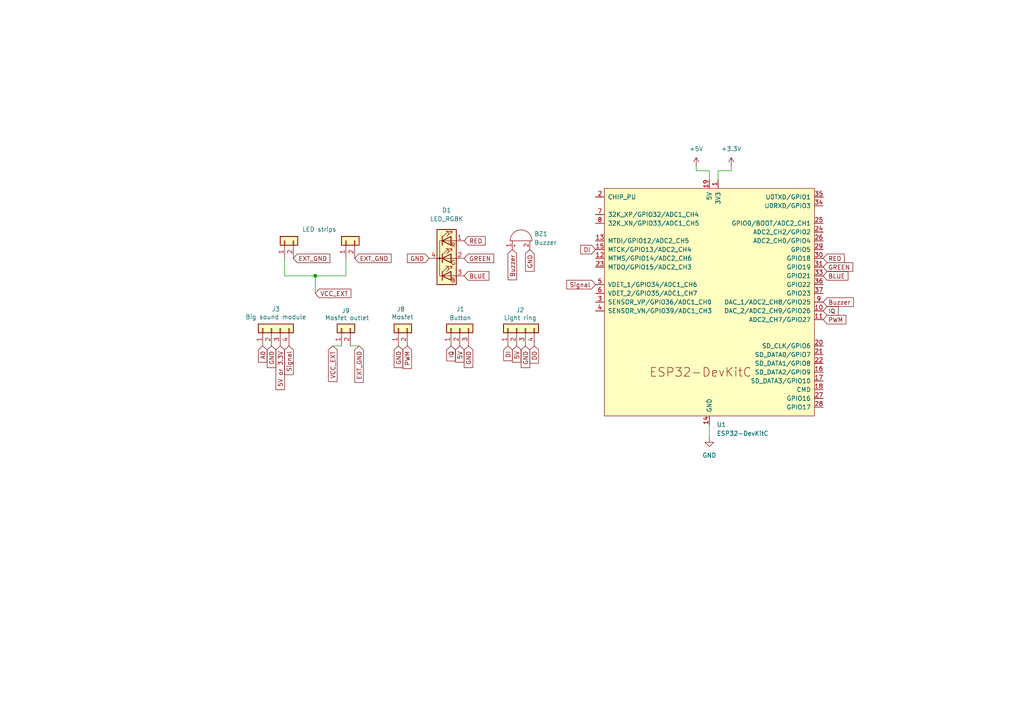
<source format=kicad_sch>
(kicad_sch
	(version 20250114)
	(generator "eeschema")
	(generator_version "9.0")
	(uuid "d3f9dd31-ab13-4689-8b39-d2565dc7a721")
	(paper "A4")
	(title_block
		(title "ESP32 Smart light")
		(date "19. 1. 2026")
	)
	(lib_symbols
		(symbol "Connector_Generic:Conn_01x02"
			(pin_names
				(offset 1.016)
				(hide yes)
			)
			(exclude_from_sim no)
			(in_bom yes)
			(on_board yes)
			(property "Reference" "J"
				(at 0 2.54 0)
				(effects
					(font
						(size 1.27 1.27)
					)
				)
			)
			(property "Value" "Conn_01x02"
				(at 0 -5.08 0)
				(effects
					(font
						(size 1.27 1.27)
					)
				)
			)
			(property "Footprint" ""
				(at 0 0 0)
				(effects
					(font
						(size 1.27 1.27)
					)
					(hide yes)
				)
			)
			(property "Datasheet" "~"
				(at 0 0 0)
				(effects
					(font
						(size 1.27 1.27)
					)
					(hide yes)
				)
			)
			(property "Description" "Generic connector, single row, 01x02, script generated (kicad-library-utils/schlib/autogen/connector/)"
				(at 0 0 0)
				(effects
					(font
						(size 1.27 1.27)
					)
					(hide yes)
				)
			)
			(property "ki_keywords" "connector"
				(at 0 0 0)
				(effects
					(font
						(size 1.27 1.27)
					)
					(hide yes)
				)
			)
			(property "ki_fp_filters" "Connector*:*_1x??_*"
				(at 0 0 0)
				(effects
					(font
						(size 1.27 1.27)
					)
					(hide yes)
				)
			)
			(symbol "Conn_01x02_1_1"
				(rectangle
					(start -1.27 1.27)
					(end 1.27 -3.81)
					(stroke
						(width 0.254)
						(type default)
					)
					(fill
						(type background)
					)
				)
				(rectangle
					(start -1.27 0.127)
					(end 0 -0.127)
					(stroke
						(width 0.1524)
						(type default)
					)
					(fill
						(type none)
					)
				)
				(rectangle
					(start -1.27 -2.413)
					(end 0 -2.667)
					(stroke
						(width 0.1524)
						(type default)
					)
					(fill
						(type none)
					)
				)
				(pin passive line
					(at -5.08 0 0)
					(length 3.81)
					(name "Pin_1"
						(effects
							(font
								(size 1.27 1.27)
							)
						)
					)
					(number "1"
						(effects
							(font
								(size 1.27 1.27)
							)
						)
					)
				)
				(pin passive line
					(at -5.08 -2.54 0)
					(length 3.81)
					(name "Pin_2"
						(effects
							(font
								(size 1.27 1.27)
							)
						)
					)
					(number "2"
						(effects
							(font
								(size 1.27 1.27)
							)
						)
					)
				)
			)
			(embedded_fonts no)
		)
		(symbol "Connector_Generic:Conn_01x03"
			(pin_names
				(offset 1.016)
				(hide yes)
			)
			(exclude_from_sim no)
			(in_bom yes)
			(on_board yes)
			(property "Reference" "J"
				(at 0 5.08 0)
				(effects
					(font
						(size 1.27 1.27)
					)
				)
			)
			(property "Value" "Conn_01x03"
				(at 0 -5.08 0)
				(effects
					(font
						(size 1.27 1.27)
					)
				)
			)
			(property "Footprint" ""
				(at 0 0 0)
				(effects
					(font
						(size 1.27 1.27)
					)
					(hide yes)
				)
			)
			(property "Datasheet" "~"
				(at 0 0 0)
				(effects
					(font
						(size 1.27 1.27)
					)
					(hide yes)
				)
			)
			(property "Description" "Generic connector, single row, 01x03, script generated (kicad-library-utils/schlib/autogen/connector/)"
				(at 0 0 0)
				(effects
					(font
						(size 1.27 1.27)
					)
					(hide yes)
				)
			)
			(property "ki_keywords" "connector"
				(at 0 0 0)
				(effects
					(font
						(size 1.27 1.27)
					)
					(hide yes)
				)
			)
			(property "ki_fp_filters" "Connector*:*_1x??_*"
				(at 0 0 0)
				(effects
					(font
						(size 1.27 1.27)
					)
					(hide yes)
				)
			)
			(symbol "Conn_01x03_1_1"
				(rectangle
					(start -1.27 3.81)
					(end 1.27 -3.81)
					(stroke
						(width 0.254)
						(type default)
					)
					(fill
						(type background)
					)
				)
				(rectangle
					(start -1.27 2.667)
					(end 0 2.413)
					(stroke
						(width 0.1524)
						(type default)
					)
					(fill
						(type none)
					)
				)
				(rectangle
					(start -1.27 0.127)
					(end 0 -0.127)
					(stroke
						(width 0.1524)
						(type default)
					)
					(fill
						(type none)
					)
				)
				(rectangle
					(start -1.27 -2.413)
					(end 0 -2.667)
					(stroke
						(width 0.1524)
						(type default)
					)
					(fill
						(type none)
					)
				)
				(pin passive line
					(at -5.08 2.54 0)
					(length 3.81)
					(name "Pin_1"
						(effects
							(font
								(size 1.27 1.27)
							)
						)
					)
					(number "1"
						(effects
							(font
								(size 1.27 1.27)
							)
						)
					)
				)
				(pin passive line
					(at -5.08 0 0)
					(length 3.81)
					(name "Pin_2"
						(effects
							(font
								(size 1.27 1.27)
							)
						)
					)
					(number "2"
						(effects
							(font
								(size 1.27 1.27)
							)
						)
					)
				)
				(pin passive line
					(at -5.08 -2.54 0)
					(length 3.81)
					(name "Pin_3"
						(effects
							(font
								(size 1.27 1.27)
							)
						)
					)
					(number "3"
						(effects
							(font
								(size 1.27 1.27)
							)
						)
					)
				)
			)
			(embedded_fonts no)
		)
		(symbol "Connector_Generic:Conn_01x04"
			(pin_names
				(offset 1.016)
				(hide yes)
			)
			(exclude_from_sim no)
			(in_bom yes)
			(on_board yes)
			(property "Reference" "J"
				(at 0 5.08 0)
				(effects
					(font
						(size 1.27 1.27)
					)
				)
			)
			(property "Value" "Conn_01x04"
				(at 0 -7.62 0)
				(effects
					(font
						(size 1.27 1.27)
					)
				)
			)
			(property "Footprint" ""
				(at 0 0 0)
				(effects
					(font
						(size 1.27 1.27)
					)
					(hide yes)
				)
			)
			(property "Datasheet" "~"
				(at 0 0 0)
				(effects
					(font
						(size 1.27 1.27)
					)
					(hide yes)
				)
			)
			(property "Description" "Generic connector, single row, 01x04, script generated (kicad-library-utils/schlib/autogen/connector/)"
				(at 0 0 0)
				(effects
					(font
						(size 1.27 1.27)
					)
					(hide yes)
				)
			)
			(property "ki_keywords" "connector"
				(at 0 0 0)
				(effects
					(font
						(size 1.27 1.27)
					)
					(hide yes)
				)
			)
			(property "ki_fp_filters" "Connector*:*_1x??_*"
				(at 0 0 0)
				(effects
					(font
						(size 1.27 1.27)
					)
					(hide yes)
				)
			)
			(symbol "Conn_01x04_1_1"
				(rectangle
					(start -1.27 3.81)
					(end 1.27 -6.35)
					(stroke
						(width 0.254)
						(type default)
					)
					(fill
						(type background)
					)
				)
				(rectangle
					(start -1.27 2.667)
					(end 0 2.413)
					(stroke
						(width 0.1524)
						(type default)
					)
					(fill
						(type none)
					)
				)
				(rectangle
					(start -1.27 0.127)
					(end 0 -0.127)
					(stroke
						(width 0.1524)
						(type default)
					)
					(fill
						(type none)
					)
				)
				(rectangle
					(start -1.27 -2.413)
					(end 0 -2.667)
					(stroke
						(width 0.1524)
						(type default)
					)
					(fill
						(type none)
					)
				)
				(rectangle
					(start -1.27 -4.953)
					(end 0 -5.207)
					(stroke
						(width 0.1524)
						(type default)
					)
					(fill
						(type none)
					)
				)
				(pin passive line
					(at -5.08 2.54 0)
					(length 3.81)
					(name "Pin_1"
						(effects
							(font
								(size 1.27 1.27)
							)
						)
					)
					(number "1"
						(effects
							(font
								(size 1.27 1.27)
							)
						)
					)
				)
				(pin passive line
					(at -5.08 0 0)
					(length 3.81)
					(name "Pin_2"
						(effects
							(font
								(size 1.27 1.27)
							)
						)
					)
					(number "2"
						(effects
							(font
								(size 1.27 1.27)
							)
						)
					)
				)
				(pin passive line
					(at -5.08 -2.54 0)
					(length 3.81)
					(name "Pin_3"
						(effects
							(font
								(size 1.27 1.27)
							)
						)
					)
					(number "3"
						(effects
							(font
								(size 1.27 1.27)
							)
						)
					)
				)
				(pin passive line
					(at -5.08 -5.08 0)
					(length 3.81)
					(name "Pin_4"
						(effects
							(font
								(size 1.27 1.27)
							)
						)
					)
					(number "4"
						(effects
							(font
								(size 1.27 1.27)
							)
						)
					)
				)
			)
			(embedded_fonts no)
		)
		(symbol "Device:Buzzer"
			(pin_names
				(offset 0.0254)
				(hide yes)
			)
			(exclude_from_sim no)
			(in_bom yes)
			(on_board yes)
			(property "Reference" "BZ"
				(at 3.81 1.27 0)
				(effects
					(font
						(size 1.27 1.27)
					)
					(justify left)
				)
			)
			(property "Value" "Buzzer"
				(at 3.81 -1.27 0)
				(effects
					(font
						(size 1.27 1.27)
					)
					(justify left)
				)
			)
			(property "Footprint" ""
				(at -0.635 2.54 90)
				(effects
					(font
						(size 1.27 1.27)
					)
					(hide yes)
				)
			)
			(property "Datasheet" "~"
				(at -0.635 2.54 90)
				(effects
					(font
						(size 1.27 1.27)
					)
					(hide yes)
				)
			)
			(property "Description" "Buzzer, polarized"
				(at 0 0 0)
				(effects
					(font
						(size 1.27 1.27)
					)
					(hide yes)
				)
			)
			(property "ki_keywords" "quartz resonator ceramic"
				(at 0 0 0)
				(effects
					(font
						(size 1.27 1.27)
					)
					(hide yes)
				)
			)
			(property "ki_fp_filters" "*Buzzer*"
				(at 0 0 0)
				(effects
					(font
						(size 1.27 1.27)
					)
					(hide yes)
				)
			)
			(symbol "Buzzer_0_1"
				(polyline
					(pts
						(xy -1.651 1.905) (xy -1.143 1.905)
					)
					(stroke
						(width 0)
						(type default)
					)
					(fill
						(type none)
					)
				)
				(polyline
					(pts
						(xy -1.397 2.159) (xy -1.397 1.651)
					)
					(stroke
						(width 0)
						(type default)
					)
					(fill
						(type none)
					)
				)
				(arc
					(start 0 3.175)
					(mid 3.1612 0)
					(end 0 -3.175)
					(stroke
						(width 0)
						(type default)
					)
					(fill
						(type none)
					)
				)
				(polyline
					(pts
						(xy 0 3.175) (xy 0 -3.175)
					)
					(stroke
						(width 0)
						(type default)
					)
					(fill
						(type none)
					)
				)
			)
			(symbol "Buzzer_1_1"
				(pin passive line
					(at -2.54 2.54 0)
					(length 2.54)
					(name "+"
						(effects
							(font
								(size 1.27 1.27)
							)
						)
					)
					(number "1"
						(effects
							(font
								(size 1.27 1.27)
							)
						)
					)
				)
				(pin passive line
					(at -2.54 -2.54 0)
					(length 2.54)
					(name "-"
						(effects
							(font
								(size 1.27 1.27)
							)
						)
					)
					(number "2"
						(effects
							(font
								(size 1.27 1.27)
							)
						)
					)
				)
			)
			(embedded_fonts no)
		)
		(symbol "Device:LED_RGBK"
			(pin_names
				(offset 0)
				(hide yes)
			)
			(exclude_from_sim no)
			(in_bom yes)
			(on_board yes)
			(property "Reference" "D"
				(at 0 9.398 0)
				(effects
					(font
						(size 1.27 1.27)
					)
				)
			)
			(property "Value" "LED_RGBK"
				(at 0 -8.89 0)
				(effects
					(font
						(size 1.27 1.27)
					)
				)
			)
			(property "Footprint" ""
				(at 0 -1.27 0)
				(effects
					(font
						(size 1.27 1.27)
					)
					(hide yes)
				)
			)
			(property "Datasheet" "~"
				(at 0 -1.27 0)
				(effects
					(font
						(size 1.27 1.27)
					)
					(hide yes)
				)
			)
			(property "Description" "RGB LED, red/green/blue/cathode"
				(at 0 0 0)
				(effects
					(font
						(size 1.27 1.27)
					)
					(hide yes)
				)
			)
			(property "ki_keywords" "LED RGB diode"
				(at 0 0 0)
				(effects
					(font
						(size 1.27 1.27)
					)
					(hide yes)
				)
			)
			(property "ki_fp_filters" "LED* LED_SMD:* LED_THT:*"
				(at 0 0 0)
				(effects
					(font
						(size 1.27 1.27)
					)
					(hide yes)
				)
			)
			(symbol "LED_RGBK_0_0"
				(text "R"
					(at 1.905 3.81 0)
					(effects
						(font
							(size 1.27 1.27)
						)
					)
				)
				(text "G"
					(at 1.905 -1.27 0)
					(effects
						(font
							(size 1.27 1.27)
						)
					)
				)
				(text "B"
					(at 1.905 -6.35 0)
					(effects
						(font
							(size 1.27 1.27)
						)
					)
				)
			)
			(symbol "LED_RGBK_0_1"
				(circle
					(center -2.032 0)
					(radius 0.254)
					(stroke
						(width 0)
						(type default)
					)
					(fill
						(type outline)
					)
				)
				(polyline
					(pts
						(xy -1.27 6.35) (xy -1.27 3.81)
					)
					(stroke
						(width 0.254)
						(type default)
					)
					(fill
						(type none)
					)
				)
				(polyline
					(pts
						(xy -1.27 6.35) (xy -1.27 3.81) (xy -1.27 3.81)
					)
					(stroke
						(width 0)
						(type default)
					)
					(fill
						(type none)
					)
				)
				(polyline
					(pts
						(xy -1.27 5.08) (xy 1.27 5.08)
					)
					(stroke
						(width 0)
						(type default)
					)
					(fill
						(type none)
					)
				)
				(polyline
					(pts
						(xy -1.27 5.08) (xy -2.032 5.08) (xy -2.032 -5.08) (xy -1.016 -5.08)
					)
					(stroke
						(width 0)
						(type default)
					)
					(fill
						(type none)
					)
				)
				(polyline
					(pts
						(xy -1.27 1.27) (xy -1.27 -1.27)
					)
					(stroke
						(width 0.254)
						(type default)
					)
					(fill
						(type none)
					)
				)
				(polyline
					(pts
						(xy -1.27 1.27) (xy -1.27 -1.27) (xy -1.27 -1.27)
					)
					(stroke
						(width 0)
						(type default)
					)
					(fill
						(type none)
					)
				)
				(polyline
					(pts
						(xy -1.27 0) (xy -2.54 0)
					)
					(stroke
						(width 0)
						(type default)
					)
					(fill
						(type none)
					)
				)
				(polyline
					(pts
						(xy -1.27 -3.81) (xy -1.27 -6.35)
					)
					(stroke
						(width 0.254)
						(type default)
					)
					(fill
						(type none)
					)
				)
				(polyline
					(pts
						(xy -1.27 -5.08) (xy 1.27 -5.08)
					)
					(stroke
						(width 0)
						(type default)
					)
					(fill
						(type none)
					)
				)
				(polyline
					(pts
						(xy -1.016 6.35) (xy 0.508 7.874) (xy -0.254 7.874) (xy 0.508 7.874) (xy 0.508 7.112)
					)
					(stroke
						(width 0)
						(type default)
					)
					(fill
						(type none)
					)
				)
				(polyline
					(pts
						(xy -1.016 1.27) (xy 0.508 2.794) (xy -0.254 2.794) (xy 0.508 2.794) (xy 0.508 2.032)
					)
					(stroke
						(width 0)
						(type default)
					)
					(fill
						(type none)
					)
				)
				(polyline
					(pts
						(xy -1.016 -3.81) (xy 0.508 -2.286) (xy -0.254 -2.286) (xy 0.508 -2.286) (xy 0.508 -3.048)
					)
					(stroke
						(width 0)
						(type default)
					)
					(fill
						(type none)
					)
				)
				(polyline
					(pts
						(xy 0 6.35) (xy 1.524 7.874) (xy 0.762 7.874) (xy 1.524 7.874) (xy 1.524 7.112)
					)
					(stroke
						(width 0)
						(type default)
					)
					(fill
						(type none)
					)
				)
				(polyline
					(pts
						(xy 0 1.27) (xy 1.524 2.794) (xy 0.762 2.794) (xy 1.524 2.794) (xy 1.524 2.032)
					)
					(stroke
						(width 0)
						(type default)
					)
					(fill
						(type none)
					)
				)
				(polyline
					(pts
						(xy 0 -3.81) (xy 1.524 -2.286) (xy 0.762 -2.286) (xy 1.524 -2.286) (xy 1.524 -3.048)
					)
					(stroke
						(width 0)
						(type default)
					)
					(fill
						(type none)
					)
				)
				(polyline
					(pts
						(xy 1.27 6.35) (xy 1.27 3.81) (xy -1.27 5.08) (xy 1.27 6.35)
					)
					(stroke
						(width 0.254)
						(type default)
					)
					(fill
						(type none)
					)
				)
				(rectangle
					(start 1.27 6.35)
					(end 1.27 6.35)
					(stroke
						(width 0)
						(type default)
					)
					(fill
						(type none)
					)
				)
				(polyline
					(pts
						(xy 1.27 5.08) (xy 2.54 5.08)
					)
					(stroke
						(width 0)
						(type default)
					)
					(fill
						(type none)
					)
				)
				(rectangle
					(start 1.27 3.81)
					(end 1.27 6.35)
					(stroke
						(width 0)
						(type default)
					)
					(fill
						(type none)
					)
				)
				(polyline
					(pts
						(xy 1.27 1.27) (xy 1.27 -1.27) (xy -1.27 0) (xy 1.27 1.27)
					)
					(stroke
						(width 0.254)
						(type default)
					)
					(fill
						(type none)
					)
				)
				(rectangle
					(start 1.27 1.27)
					(end 1.27 1.27)
					(stroke
						(width 0)
						(type default)
					)
					(fill
						(type none)
					)
				)
				(polyline
					(pts
						(xy 1.27 0) (xy -1.27 0)
					)
					(stroke
						(width 0)
						(type default)
					)
					(fill
						(type none)
					)
				)
				(polyline
					(pts
						(xy 1.27 0) (xy 2.54 0)
					)
					(stroke
						(width 0)
						(type default)
					)
					(fill
						(type none)
					)
				)
				(rectangle
					(start 1.27 -1.27)
					(end 1.27 1.27)
					(stroke
						(width 0)
						(type default)
					)
					(fill
						(type none)
					)
				)
				(polyline
					(pts
						(xy 1.27 -3.81) (xy 1.27 -6.35) (xy -1.27 -5.08) (xy 1.27 -3.81)
					)
					(stroke
						(width 0.254)
						(type default)
					)
					(fill
						(type none)
					)
				)
				(polyline
					(pts
						(xy 1.27 -5.08) (xy 2.54 -5.08)
					)
					(stroke
						(width 0)
						(type default)
					)
					(fill
						(type none)
					)
				)
				(rectangle
					(start 2.794 8.382)
					(end -2.794 -7.62)
					(stroke
						(width 0.254)
						(type default)
					)
					(fill
						(type background)
					)
				)
			)
			(symbol "LED_RGBK_1_1"
				(pin passive line
					(at -5.08 0 0)
					(length 2.54)
					(name "K"
						(effects
							(font
								(size 1.27 1.27)
							)
						)
					)
					(number "4"
						(effects
							(font
								(size 1.27 1.27)
							)
						)
					)
				)
				(pin passive line
					(at 5.08 5.08 180)
					(length 2.54)
					(name "RA"
						(effects
							(font
								(size 1.27 1.27)
							)
						)
					)
					(number "1"
						(effects
							(font
								(size 1.27 1.27)
							)
						)
					)
				)
				(pin passive line
					(at 5.08 0 180)
					(length 2.54)
					(name "GA"
						(effects
							(font
								(size 1.27 1.27)
							)
						)
					)
					(number "2"
						(effects
							(font
								(size 1.27 1.27)
							)
						)
					)
				)
				(pin passive line
					(at 5.08 -5.08 180)
					(length 2.54)
					(name "BA"
						(effects
							(font
								(size 1.27 1.27)
							)
						)
					)
					(number "3"
						(effects
							(font
								(size 1.27 1.27)
							)
						)
					)
				)
			)
			(embedded_fonts no)
		)
		(symbol "Espressif:ESP32-DevKitC"
			(pin_names
				(offset 1.016)
			)
			(exclude_from_sim no)
			(in_bom yes)
			(on_board yes)
			(property "Reference" "U"
				(at -30.48 38.1 0)
				(effects
					(font
						(size 1.27 1.27)
					)
					(justify left)
				)
			)
			(property "Value" "ESP32-DevKitC"
				(at -30.48 35.56 0)
				(effects
					(font
						(size 1.27 1.27)
					)
					(justify left)
				)
			)
			(property "Footprint" "PCM_Espressif:ESP32-DevKitC"
				(at 0 -43.18 0)
				(effects
					(font
						(size 1.27 1.27)
					)
					(hide yes)
				)
			)
			(property "Datasheet" "https://docs.espressif.com/projects/esp-idf/zh_CN/latest/esp32/hw-reference/esp32/get-started-devkitc.html"
				(at 0 -45.72 0)
				(effects
					(font
						(size 1.27 1.27)
					)
					(hide yes)
				)
			)
			(property "Description" "Development Kit"
				(at 0 0 0)
				(effects
					(font
						(size 1.27 1.27)
					)
					(hide yes)
				)
			)
			(property "ki_keywords" "ESP32"
				(at 0 0 0)
				(effects
					(font
						(size 1.27 1.27)
					)
					(hide yes)
				)
			)
			(symbol "ESP32-DevKitC_0_0"
				(text "ESP32-DevKitC"
					(at -2.54 -20.32 0)
					(effects
						(font
							(size 2.54 2.54)
						)
					)
				)
				(pin power_in line
					(at 0 35.56 270)
					(length 2.54)
					(name "5V"
						(effects
							(font
								(size 1.27 1.27)
							)
						)
					)
					(number "19"
						(effects
							(font
								(size 1.27 1.27)
							)
						)
					)
				)
				(pin power_in line
					(at 0 -35.56 90)
					(length 2.54)
					(name "GND"
						(effects
							(font
								(size 1.27 1.27)
							)
						)
					)
					(number "14"
						(effects
							(font
								(size 1.27 1.27)
							)
						)
					)
				)
			)
			(symbol "ESP32-DevKitC_0_1"
				(rectangle
					(start -30.48 33.02)
					(end 30.48 -33.02)
					(stroke
						(width 0)
						(type default)
					)
					(fill
						(type background)
					)
				)
			)
			(symbol "ESP32-DevKitC_1_1"
				(pin input line
					(at -33.02 30.48 0)
					(length 2.54)
					(name "CHIP_PU"
						(effects
							(font
								(size 1.27 1.27)
							)
						)
					)
					(number "2"
						(effects
							(font
								(size 1.27 1.27)
							)
						)
					)
				)
				(pin bidirectional line
					(at -33.02 25.4 0)
					(length 2.54)
					(name "32K_XP/GPIO32/ADC1_CH4"
						(effects
							(font
								(size 1.27 1.27)
							)
						)
					)
					(number "7"
						(effects
							(font
								(size 1.27 1.27)
							)
						)
					)
				)
				(pin bidirectional line
					(at -33.02 22.86 0)
					(length 2.54)
					(name "32K_XN/GPIO33/ADC1_CH5"
						(effects
							(font
								(size 1.27 1.27)
							)
						)
					)
					(number "8"
						(effects
							(font
								(size 1.27 1.27)
							)
						)
					)
				)
				(pin bidirectional line
					(at -33.02 17.78 0)
					(length 2.54)
					(name "MTDI/GPIO12/ADC2_CH5"
						(effects
							(font
								(size 1.27 1.27)
							)
						)
					)
					(number "13"
						(effects
							(font
								(size 1.27 1.27)
							)
						)
					)
				)
				(pin bidirectional line
					(at -33.02 15.24 0)
					(length 2.54)
					(name "MTCK/GPIO13/ADC2_CH4"
						(effects
							(font
								(size 1.27 1.27)
							)
						)
					)
					(number "15"
						(effects
							(font
								(size 1.27 1.27)
							)
						)
					)
				)
				(pin bidirectional line
					(at -33.02 12.7 0)
					(length 2.54)
					(name "MTMS/GPIO14/ADC2_CH6"
						(effects
							(font
								(size 1.27 1.27)
							)
						)
					)
					(number "12"
						(effects
							(font
								(size 1.27 1.27)
							)
						)
					)
				)
				(pin bidirectional line
					(at -33.02 10.16 0)
					(length 2.54)
					(name "MTDO/GPIO15/ADC2_CH3"
						(effects
							(font
								(size 1.27 1.27)
							)
						)
					)
					(number "23"
						(effects
							(font
								(size 1.27 1.27)
							)
						)
					)
				)
				(pin input line
					(at -33.02 5.08 0)
					(length 2.54)
					(name "VDET_1/GPIO34/ADC1_CH6"
						(effects
							(font
								(size 1.27 1.27)
							)
						)
					)
					(number "5"
						(effects
							(font
								(size 1.27 1.27)
							)
						)
					)
				)
				(pin input line
					(at -33.02 2.54 0)
					(length 2.54)
					(name "VDET_2/GPIO35/ADC1_CH7"
						(effects
							(font
								(size 1.27 1.27)
							)
						)
					)
					(number "6"
						(effects
							(font
								(size 1.27 1.27)
							)
						)
					)
				)
				(pin input line
					(at -33.02 0 0)
					(length 2.54)
					(name "SENSOR_VP/GPIO36/ADC1_CH0"
						(effects
							(font
								(size 1.27 1.27)
							)
						)
					)
					(number "3"
						(effects
							(font
								(size 1.27 1.27)
							)
						)
					)
				)
				(pin input line
					(at -33.02 -2.54 0)
					(length 2.54)
					(name "SENSOR_VN/GPIO39/ADC1_CH3"
						(effects
							(font
								(size 1.27 1.27)
							)
						)
					)
					(number "4"
						(effects
							(font
								(size 1.27 1.27)
							)
						)
					)
				)
				(pin passive line
					(at 0 -35.56 90)
					(length 2.54)
					(hide yes)
					(name "GND"
						(effects
							(font
								(size 1.27 1.27)
							)
						)
					)
					(number "32"
						(effects
							(font
								(size 1.27 1.27)
							)
						)
					)
				)
				(pin passive line
					(at 0 -35.56 90)
					(length 2.54)
					(hide yes)
					(name "GND"
						(effects
							(font
								(size 1.27 1.27)
							)
						)
					)
					(number "38"
						(effects
							(font
								(size 1.27 1.27)
							)
						)
					)
				)
				(pin power_in line
					(at 2.54 35.56 270)
					(length 2.54)
					(name "3V3"
						(effects
							(font
								(size 1.27 1.27)
							)
						)
					)
					(number "1"
						(effects
							(font
								(size 1.27 1.27)
							)
						)
					)
				)
				(pin bidirectional line
					(at 33.02 30.48 180)
					(length 2.54)
					(name "U0TXD/GPIO1"
						(effects
							(font
								(size 1.27 1.27)
							)
						)
					)
					(number "35"
						(effects
							(font
								(size 1.27 1.27)
							)
						)
					)
				)
				(pin bidirectional line
					(at 33.02 27.94 180)
					(length 2.54)
					(name "U0RXD/GPIO3"
						(effects
							(font
								(size 1.27 1.27)
							)
						)
					)
					(number "34"
						(effects
							(font
								(size 1.27 1.27)
							)
						)
					)
				)
				(pin bidirectional line
					(at 33.02 22.86 180)
					(length 2.54)
					(name "GPIO0/BOOT/ADC2_CH1"
						(effects
							(font
								(size 1.27 1.27)
							)
						)
					)
					(number "25"
						(effects
							(font
								(size 1.27 1.27)
							)
						)
					)
				)
				(pin bidirectional line
					(at 33.02 20.32 180)
					(length 2.54)
					(name "ADC2_CH2/GPIO2"
						(effects
							(font
								(size 1.27 1.27)
							)
						)
					)
					(number "24"
						(effects
							(font
								(size 1.27 1.27)
							)
						)
					)
				)
				(pin bidirectional line
					(at 33.02 17.78 180)
					(length 2.54)
					(name "ADC2_CH0/GPIO4"
						(effects
							(font
								(size 1.27 1.27)
							)
						)
					)
					(number "26"
						(effects
							(font
								(size 1.27 1.27)
							)
						)
					)
				)
				(pin bidirectional line
					(at 33.02 15.24 180)
					(length 2.54)
					(name "GPIO5"
						(effects
							(font
								(size 1.27 1.27)
							)
						)
					)
					(number "29"
						(effects
							(font
								(size 1.27 1.27)
							)
						)
					)
				)
				(pin bidirectional line
					(at 33.02 12.7 180)
					(length 2.54)
					(name "GPIO18"
						(effects
							(font
								(size 1.27 1.27)
							)
						)
					)
					(number "30"
						(effects
							(font
								(size 1.27 1.27)
							)
						)
					)
				)
				(pin bidirectional line
					(at 33.02 10.16 180)
					(length 2.54)
					(name "GPIO19"
						(effects
							(font
								(size 1.27 1.27)
							)
						)
					)
					(number "31"
						(effects
							(font
								(size 1.27 1.27)
							)
						)
					)
				)
				(pin bidirectional line
					(at 33.02 7.62 180)
					(length 2.54)
					(name "GPIO21"
						(effects
							(font
								(size 1.27 1.27)
							)
						)
					)
					(number "33"
						(effects
							(font
								(size 1.27 1.27)
							)
						)
					)
				)
				(pin bidirectional line
					(at 33.02 5.08 180)
					(length 2.54)
					(name "GPIO22"
						(effects
							(font
								(size 1.27 1.27)
							)
						)
					)
					(number "36"
						(effects
							(font
								(size 1.27 1.27)
							)
						)
					)
				)
				(pin bidirectional line
					(at 33.02 2.54 180)
					(length 2.54)
					(name "GPIO23"
						(effects
							(font
								(size 1.27 1.27)
							)
						)
					)
					(number "37"
						(effects
							(font
								(size 1.27 1.27)
							)
						)
					)
				)
				(pin bidirectional line
					(at 33.02 0 180)
					(length 2.54)
					(name "DAC_1/ADC2_CH8/GPIO25"
						(effects
							(font
								(size 1.27 1.27)
							)
						)
					)
					(number "9"
						(effects
							(font
								(size 1.27 1.27)
							)
						)
					)
				)
				(pin bidirectional line
					(at 33.02 -2.54 180)
					(length 2.54)
					(name "DAC_2/ADC2_CH9/GPIO26"
						(effects
							(font
								(size 1.27 1.27)
							)
						)
					)
					(number "10"
						(effects
							(font
								(size 1.27 1.27)
							)
						)
					)
				)
				(pin bidirectional line
					(at 33.02 -5.08 180)
					(length 2.54)
					(name "ADC2_CH7/GPIO27"
						(effects
							(font
								(size 1.27 1.27)
							)
						)
					)
					(number "11"
						(effects
							(font
								(size 1.27 1.27)
							)
						)
					)
				)
				(pin bidirectional line
					(at 33.02 -12.7 180)
					(length 2.54)
					(name "SD_CLK/GPIO6"
						(effects
							(font
								(size 1.27 1.27)
							)
						)
					)
					(number "20"
						(effects
							(font
								(size 1.27 1.27)
							)
						)
					)
				)
				(pin bidirectional line
					(at 33.02 -15.24 180)
					(length 2.54)
					(name "SD_DATA0/GPIO7"
						(effects
							(font
								(size 1.27 1.27)
							)
						)
					)
					(number "21"
						(effects
							(font
								(size 1.27 1.27)
							)
						)
					)
				)
				(pin bidirectional line
					(at 33.02 -17.78 180)
					(length 2.54)
					(name "SD_DATA1/GPIO8"
						(effects
							(font
								(size 1.27 1.27)
							)
						)
					)
					(number "22"
						(effects
							(font
								(size 1.27 1.27)
							)
						)
					)
				)
				(pin bidirectional line
					(at 33.02 -20.32 180)
					(length 2.54)
					(name "SD_DATA2/GPIO9"
						(effects
							(font
								(size 1.27 1.27)
							)
						)
					)
					(number "16"
						(effects
							(font
								(size 1.27 1.27)
							)
						)
					)
				)
				(pin bidirectional line
					(at 33.02 -22.86 180)
					(length 2.54)
					(name "SD_DATA3/GPIO10"
						(effects
							(font
								(size 1.27 1.27)
							)
						)
					)
					(number "17"
						(effects
							(font
								(size 1.27 1.27)
							)
						)
					)
				)
				(pin bidirectional line
					(at 33.02 -25.4 180)
					(length 2.54)
					(name "CMD"
						(effects
							(font
								(size 1.27 1.27)
							)
						)
					)
					(number "18"
						(effects
							(font
								(size 1.27 1.27)
							)
						)
					)
				)
				(pin bidirectional line
					(at 33.02 -27.94 180)
					(length 2.54)
					(name "GPIO16"
						(effects
							(font
								(size 1.27 1.27)
							)
						)
					)
					(number "27"
						(effects
							(font
								(size 1.27 1.27)
							)
						)
					)
				)
				(pin bidirectional line
					(at 33.02 -30.48 180)
					(length 2.54)
					(name "GPIO17"
						(effects
							(font
								(size 1.27 1.27)
							)
						)
					)
					(number "28"
						(effects
							(font
								(size 1.27 1.27)
							)
						)
					)
				)
			)
			(embedded_fonts no)
		)
		(symbol "power:+3.3V"
			(power)
			(pin_numbers
				(hide yes)
			)
			(pin_names
				(offset 0)
				(hide yes)
			)
			(exclude_from_sim no)
			(in_bom yes)
			(on_board yes)
			(property "Reference" "#PWR"
				(at 0 -3.81 0)
				(effects
					(font
						(size 1.27 1.27)
					)
					(hide yes)
				)
			)
			(property "Value" "+3.3V"
				(at 0 3.556 0)
				(effects
					(font
						(size 1.27 1.27)
					)
				)
			)
			(property "Footprint" ""
				(at 0 0 0)
				(effects
					(font
						(size 1.27 1.27)
					)
					(hide yes)
				)
			)
			(property "Datasheet" ""
				(at 0 0 0)
				(effects
					(font
						(size 1.27 1.27)
					)
					(hide yes)
				)
			)
			(property "Description" "Power symbol creates a global label with name \"+3.3V\""
				(at 0 0 0)
				(effects
					(font
						(size 1.27 1.27)
					)
					(hide yes)
				)
			)
			(property "ki_keywords" "global power"
				(at 0 0 0)
				(effects
					(font
						(size 1.27 1.27)
					)
					(hide yes)
				)
			)
			(symbol "+3.3V_0_1"
				(polyline
					(pts
						(xy -0.762 1.27) (xy 0 2.54)
					)
					(stroke
						(width 0)
						(type default)
					)
					(fill
						(type none)
					)
				)
				(polyline
					(pts
						(xy 0 2.54) (xy 0.762 1.27)
					)
					(stroke
						(width 0)
						(type default)
					)
					(fill
						(type none)
					)
				)
				(polyline
					(pts
						(xy 0 0) (xy 0 2.54)
					)
					(stroke
						(width 0)
						(type default)
					)
					(fill
						(type none)
					)
				)
			)
			(symbol "+3.3V_1_1"
				(pin power_in line
					(at 0 0 90)
					(length 0)
					(name "~"
						(effects
							(font
								(size 1.27 1.27)
							)
						)
					)
					(number "1"
						(effects
							(font
								(size 1.27 1.27)
							)
						)
					)
				)
			)
			(embedded_fonts no)
		)
		(symbol "power:+5V"
			(power)
			(pin_numbers
				(hide yes)
			)
			(pin_names
				(offset 0)
				(hide yes)
			)
			(exclude_from_sim no)
			(in_bom yes)
			(on_board yes)
			(property "Reference" "#PWR"
				(at 0 -3.81 0)
				(effects
					(font
						(size 1.27 1.27)
					)
					(hide yes)
				)
			)
			(property "Value" "+5V"
				(at 0 3.556 0)
				(effects
					(font
						(size 1.27 1.27)
					)
				)
			)
			(property "Footprint" ""
				(at 0 0 0)
				(effects
					(font
						(size 1.27 1.27)
					)
					(hide yes)
				)
			)
			(property "Datasheet" ""
				(at 0 0 0)
				(effects
					(font
						(size 1.27 1.27)
					)
					(hide yes)
				)
			)
			(property "Description" "Power symbol creates a global label with name \"+5V\""
				(at 0 0 0)
				(effects
					(font
						(size 1.27 1.27)
					)
					(hide yes)
				)
			)
			(property "ki_keywords" "global power"
				(at 0 0 0)
				(effects
					(font
						(size 1.27 1.27)
					)
					(hide yes)
				)
			)
			(symbol "+5V_0_1"
				(polyline
					(pts
						(xy -0.762 1.27) (xy 0 2.54)
					)
					(stroke
						(width 0)
						(type default)
					)
					(fill
						(type none)
					)
				)
				(polyline
					(pts
						(xy 0 2.54) (xy 0.762 1.27)
					)
					(stroke
						(width 0)
						(type default)
					)
					(fill
						(type none)
					)
				)
				(polyline
					(pts
						(xy 0 0) (xy 0 2.54)
					)
					(stroke
						(width 0)
						(type default)
					)
					(fill
						(type none)
					)
				)
			)
			(symbol "+5V_1_1"
				(pin power_in line
					(at 0 0 90)
					(length 0)
					(name "~"
						(effects
							(font
								(size 1.27 1.27)
							)
						)
					)
					(number "1"
						(effects
							(font
								(size 1.27 1.27)
							)
						)
					)
				)
			)
			(embedded_fonts no)
		)
		(symbol "power:GND"
			(power)
			(pin_numbers
				(hide yes)
			)
			(pin_names
				(offset 0)
				(hide yes)
			)
			(exclude_from_sim no)
			(in_bom yes)
			(on_board yes)
			(property "Reference" "#PWR"
				(at 0 -6.35 0)
				(effects
					(font
						(size 1.27 1.27)
					)
					(hide yes)
				)
			)
			(property "Value" "GND"
				(at 0 -3.81 0)
				(effects
					(font
						(size 1.27 1.27)
					)
				)
			)
			(property "Footprint" ""
				(at 0 0 0)
				(effects
					(font
						(size 1.27 1.27)
					)
					(hide yes)
				)
			)
			(property "Datasheet" ""
				(at 0 0 0)
				(effects
					(font
						(size 1.27 1.27)
					)
					(hide yes)
				)
			)
			(property "Description" "Power symbol creates a global label with name \"GND\" , ground"
				(at 0 0 0)
				(effects
					(font
						(size 1.27 1.27)
					)
					(hide yes)
				)
			)
			(property "ki_keywords" "global power"
				(at 0 0 0)
				(effects
					(font
						(size 1.27 1.27)
					)
					(hide yes)
				)
			)
			(symbol "GND_0_1"
				(polyline
					(pts
						(xy 0 0) (xy 0 -1.27) (xy 1.27 -1.27) (xy 0 -2.54) (xy -1.27 -1.27) (xy 0 -1.27)
					)
					(stroke
						(width 0)
						(type default)
					)
					(fill
						(type none)
					)
				)
			)
			(symbol "GND_1_1"
				(pin power_in line
					(at 0 0 270)
					(length 0)
					(name "~"
						(effects
							(font
								(size 1.27 1.27)
							)
						)
					)
					(number "1"
						(effects
							(font
								(size 1.27 1.27)
							)
						)
					)
				)
			)
			(embedded_fonts no)
		)
	)
	(junction
		(at 91.44 80.01)
		(diameter 0)
		(color 0 0 0 0)
		(uuid "78f959c5-b14b-49c1-8799-fbb3f4fc3f39")
	)
	(wire
		(pts
			(xy 205.74 127) (xy 205.74 123.19)
		)
		(stroke
			(width 0)
			(type default)
		)
		(uuid "1b6ebb2e-cdeb-48f6-8a3a-d2eb1b25507b")
	)
	(wire
		(pts
			(xy 212.09 48.26) (xy 212.09 49.53)
		)
		(stroke
			(width 0)
			(type default)
		)
		(uuid "274d9f7f-5dc4-42fc-a600-1cdd69f62e4f")
	)
	(wire
		(pts
			(xy 82.55 74.93) (xy 82.55 80.01)
		)
		(stroke
			(width 0)
			(type default)
		)
		(uuid "2b41c0d8-c10f-4f0c-bf1f-854b2c03d352")
	)
	(wire
		(pts
			(xy 91.44 80.01) (xy 91.44 85.09)
		)
		(stroke
			(width 0)
			(type default)
		)
		(uuid "647568e5-d13e-410b-885a-fe0ae0082e5c")
	)
	(wire
		(pts
			(xy 212.09 49.53) (xy 208.28 49.53)
		)
		(stroke
			(width 0)
			(type default)
		)
		(uuid "66e54679-6974-48a4-a816-f7870c6f28ec")
	)
	(wire
		(pts
			(xy 201.93 48.26) (xy 201.93 49.53)
		)
		(stroke
			(width 0)
			(type default)
		)
		(uuid "6d2b1db4-5074-4abb-9b50-89f369b90d3b")
	)
	(wire
		(pts
			(xy 208.28 49.53) (xy 208.28 52.07)
		)
		(stroke
			(width 0)
			(type default)
		)
		(uuid "8ec6d29e-8738-4828-b99c-83e06640a04d")
	)
	(wire
		(pts
			(xy 201.93 49.53) (xy 205.74 49.53)
		)
		(stroke
			(width 0)
			(type default)
		)
		(uuid "a29efe71-fddf-4c69-adb3-6a7c4a312560")
	)
	(wire
		(pts
			(xy 100.33 80.01) (xy 100.33 74.93)
		)
		(stroke
			(width 0)
			(type default)
		)
		(uuid "b521a310-2c7e-4846-9175-5d042ab0edd2")
	)
	(wire
		(pts
			(xy 91.44 80.01) (xy 100.33 80.01)
		)
		(stroke
			(width 0)
			(type default)
		)
		(uuid "bf16c433-0256-45d0-b8ef-368347fc8c40")
	)
	(wire
		(pts
			(xy 205.74 49.53) (xy 205.74 52.07)
		)
		(stroke
			(width 0)
			(type default)
		)
		(uuid "c9d5eeee-dd19-48d9-a40d-3b7a16aad374")
	)
	(wire
		(pts
			(xy 96.52 100.33) (xy 99.06 100.33)
		)
		(stroke
			(width 0)
			(type default)
		)
		(uuid "d0703b99-3e3a-4e00-8881-f28d32507944")
	)
	(wire
		(pts
			(xy 104.14 100.33) (xy 101.6 100.33)
		)
		(stroke
			(width 0)
			(type default)
		)
		(uuid "e3cf19a4-a4f3-49d3-bf5f-b90f30218d56")
	)
	(wire
		(pts
			(xy 82.55 80.01) (xy 91.44 80.01)
		)
		(stroke
			(width 0)
			(type default)
		)
		(uuid "f278f52c-8db8-4d98-a639-fe81b1a2681b")
	)
	(global_label "IQ"
		(shape input)
		(at 130.81 100.33 270)
		(fields_autoplaced yes)
		(effects
			(font
				(size 1.27 1.27)
			)
			(justify right)
		)
		(uuid "0a59ec6b-cce6-4402-b36d-c825b7e2f385")
		(property "Intersheetrefs" "${INTERSHEET_REFS}"
			(at 130.81 105.2505 90)
			(effects
				(font
					(size 1.27 1.27)
				)
				(justify right)
				(hide yes)
			)
		)
	)
	(global_label "GND"
		(shape input)
		(at 135.89 100.33 270)
		(fields_autoplaced yes)
		(effects
			(font
				(size 1.27 1.27)
			)
			(justify right)
		)
		(uuid "0b35c444-7012-448e-8334-6028050813a7")
		(property "Intersheetrefs" "${INTERSHEET_REFS}"
			(at 135.89 107.1857 90)
			(effects
				(font
					(size 1.27 1.27)
				)
				(justify right)
				(hide yes)
			)
		)
	)
	(global_label "DI"
		(shape input)
		(at 147.32 100.33 270)
		(fields_autoplaced yes)
		(effects
			(font
				(size 1.27 1.27)
			)
			(justify right)
		)
		(uuid "16b16efd-7d3e-4738-85f3-2ab91ec0533e")
		(property "Intersheetrefs" "${INTERSHEET_REFS}"
			(at 147.32 105.19 90)
			(effects
				(font
					(size 1.27 1.27)
				)
				(justify right)
				(hide yes)
			)
		)
	)
	(global_label "Signal"
		(shape input)
		(at 83.82 100.33 270)
		(fields_autoplaced yes)
		(effects
			(font
				(size 1.27 1.27)
			)
			(justify right)
		)
		(uuid "17c19577-a0a2-46d8-a8b6-0c41a7c6f78c")
		(property "Intersheetrefs" "${INTERSHEET_REFS}"
			(at 83.82 109.2417 90)
			(effects
				(font
					(size 1.27 1.27)
				)
				(justify right)
				(hide yes)
			)
		)
	)
	(global_label "5V"
		(shape input)
		(at 133.35 100.33 270)
		(fields_autoplaced yes)
		(effects
			(font
				(size 1.27 1.27)
			)
			(justify right)
		)
		(uuid "23ce587b-cb6c-40e4-a716-4292c417499d")
		(property "Intersheetrefs" "${INTERSHEET_REFS}"
			(at 133.35 105.6133 90)
			(effects
				(font
					(size 1.27 1.27)
				)
				(justify right)
				(hide yes)
			)
		)
	)
	(global_label "GND"
		(shape input)
		(at 78.74 100.33 270)
		(fields_autoplaced yes)
		(effects
			(font
				(size 1.27 1.27)
			)
			(justify right)
		)
		(uuid "286ca6dd-bdbc-40e7-9d5c-b71820eb5fae")
		(property "Intersheetrefs" "${INTERSHEET_REFS}"
			(at 78.74 107.1857 90)
			(effects
				(font
					(size 1.27 1.27)
				)
				(justify right)
				(hide yes)
			)
		)
	)
	(global_label "GND"
		(shape input)
		(at 152.4 100.33 270)
		(fields_autoplaced yes)
		(effects
			(font
				(size 1.27 1.27)
			)
			(justify right)
		)
		(uuid "29295fee-7a50-42ff-a37d-b91d131d0004")
		(property "Intersheetrefs" "${INTERSHEET_REFS}"
			(at 152.4 107.1857 90)
			(effects
				(font
					(size 1.27 1.27)
				)
				(justify right)
				(hide yes)
			)
		)
	)
	(global_label "PWM"
		(shape input)
		(at 118.11 100.33 270)
		(fields_autoplaced yes)
		(effects
			(font
				(size 1.27 1.27)
			)
			(justify right)
		)
		(uuid "35d3ec9d-9e93-4fd9-9005-b0ff44f5aa1c")
		(property "Intersheetrefs" "${INTERSHEET_REFS}"
			(at 118.11 107.488 90)
			(effects
				(font
					(size 1.27 1.27)
				)
				(justify right)
				(hide yes)
			)
		)
	)
	(global_label "IQ"
		(shape input)
		(at 238.76 90.17 0)
		(fields_autoplaced yes)
		(effects
			(font
				(size 1.27 1.27)
			)
			(justify left)
		)
		(uuid "3aea216e-cdfb-41b8-82f7-57651a7ddd32")
		(property "Intersheetrefs" "${INTERSHEET_REFS}"
			(at 243.6805 90.17 0)
			(effects
				(font
					(size 1.27 1.27)
				)
				(justify left)
				(hide yes)
			)
		)
	)
	(global_label "Buzzer"
		(shape input)
		(at 238.76 87.63 0)
		(fields_autoplaced yes)
		(effects
			(font
				(size 1.27 1.27)
			)
			(justify left)
		)
		(uuid "42d955d9-ff15-4975-823a-02f313d696e3")
		(property "Intersheetrefs" "${INTERSHEET_REFS}"
			(at 248.0952 87.63 0)
			(effects
				(font
					(size 1.27 1.27)
				)
				(justify left)
				(hide yes)
			)
		)
	)
	(global_label "Signal"
		(shape input)
		(at 172.72 82.55 180)
		(fields_autoplaced yes)
		(effects
			(font
				(size 1.27 1.27)
			)
			(justify right)
		)
		(uuid "4e54672a-f03b-4ec9-8f9f-2dc66aaa1c8e")
		(property "Intersheetrefs" "${INTERSHEET_REFS}"
			(at 163.8083 82.55 0)
			(effects
				(font
					(size 1.27 1.27)
				)
				(justify right)
				(hide yes)
			)
		)
	)
	(global_label "EXT_GND"
		(shape input)
		(at 102.87 74.93 0)
		(fields_autoplaced yes)
		(effects
			(font
				(size 1.27 1.27)
			)
			(justify left)
		)
		(uuid "53f3ca92-ad37-497a-99b4-26ca5d304776")
		(property "Intersheetrefs" "${INTERSHEET_REFS}"
			(at 114.0194 74.93 0)
			(effects
				(font
					(size 1.27 1.27)
				)
				(justify left)
				(hide yes)
			)
		)
	)
	(global_label "BLUE"
		(shape input)
		(at 238.76 80.01 0)
		(fields_autoplaced yes)
		(effects
			(font
				(size 1.27 1.27)
			)
			(justify left)
		)
		(uuid "62ee74d4-5225-49c6-9f9a-06c716bcbd73")
		(property "Intersheetrefs" "${INTERSHEET_REFS}"
			(at 246.5228 80.01 0)
			(effects
				(font
					(size 1.27 1.27)
				)
				(justify left)
				(hide yes)
			)
		)
	)
	(global_label "VCC_EXT"
		(shape input)
		(at 91.44 85.09 0)
		(fields_autoplaced yes)
		(effects
			(font
				(size 1.27 1.27)
			)
			(justify left)
		)
		(uuid "675344c4-debe-4e2e-9a34-059aa59c5695")
		(property "Intersheetrefs" "${INTERSHEET_REFS}"
			(at 102.3475 85.09 0)
			(effects
				(font
					(size 1.27 1.27)
				)
				(justify left)
				(hide yes)
			)
		)
	)
	(global_label "DO"
		(shape input)
		(at 154.94 100.33 270)
		(fields_autoplaced yes)
		(effects
			(font
				(size 1.27 1.27)
			)
			(justify right)
		)
		(uuid "69427f03-a735-4054-887e-f9f1d9bbc61b")
		(property "Intersheetrefs" "${INTERSHEET_REFS}"
			(at 154.94 105.9157 90)
			(effects
				(font
					(size 1.27 1.27)
				)
				(justify right)
				(hide yes)
			)
		)
	)
	(global_label "GREEN"
		(shape input)
		(at 238.76 77.47 0)
		(fields_autoplaced yes)
		(effects
			(font
				(size 1.27 1.27)
			)
			(justify left)
		)
		(uuid "74412d99-6d33-4b5f-9a67-098e9d1b44d6")
		(property "Intersheetrefs" "${INTERSHEET_REFS}"
			(at 247.9137 77.47 0)
			(effects
				(font
					(size 1.27 1.27)
				)
				(justify left)
				(hide yes)
			)
		)
	)
	(global_label "5V"
		(shape input)
		(at 149.86 100.33 270)
		(fields_autoplaced yes)
		(effects
			(font
				(size 1.27 1.27)
			)
			(justify right)
		)
		(uuid "7ab8277a-7291-4d71-abfd-e7e86304042a")
		(property "Intersheetrefs" "${INTERSHEET_REFS}"
			(at 149.86 105.6133 90)
			(effects
				(font
					(size 1.27 1.27)
				)
				(justify right)
				(hide yes)
			)
		)
	)
	(global_label "GND"
		(shape input)
		(at 115.57 100.33 270)
		(fields_autoplaced yes)
		(effects
			(font
				(size 1.27 1.27)
			)
			(justify right)
		)
		(uuid "7aefa9fc-e2d1-42fd-b0a3-9c449c4472bf")
		(property "Intersheetrefs" "${INTERSHEET_REFS}"
			(at 115.57 107.1857 90)
			(effects
				(font
					(size 1.27 1.27)
				)
				(justify right)
				(hide yes)
			)
		)
	)
	(global_label "PWM"
		(shape input)
		(at 238.76 92.71 0)
		(fields_autoplaced yes)
		(effects
			(font
				(size 1.27 1.27)
			)
			(justify left)
		)
		(uuid "7ba4ba74-9711-419e-bac4-dcbd7bd7149e")
		(property "Intersheetrefs" "${INTERSHEET_REFS}"
			(at 245.918 92.71 0)
			(effects
				(font
					(size 1.27 1.27)
				)
				(justify left)
				(hide yes)
			)
		)
	)
	(global_label "BLUE"
		(shape input)
		(at 134.62 80.01 0)
		(fields_autoplaced yes)
		(effects
			(font
				(size 1.27 1.27)
			)
			(justify left)
		)
		(uuid "8794f8c3-6d4b-4960-81c0-252265fe1691")
		(property "Intersheetrefs" "${INTERSHEET_REFS}"
			(at 142.3828 80.01 0)
			(effects
				(font
					(size 1.27 1.27)
				)
				(justify left)
				(hide yes)
			)
		)
	)
	(global_label "RED"
		(shape input)
		(at 134.62 69.85 0)
		(fields_autoplaced yes)
		(effects
			(font
				(size 1.27 1.27)
			)
			(justify left)
		)
		(uuid "9e6a62f1-1140-4856-87e3-4ef07bf72c16")
		(property "Intersheetrefs" "${INTERSHEET_REFS}"
			(at 141.2942 69.85 0)
			(effects
				(font
					(size 1.27 1.27)
				)
				(justify left)
				(hide yes)
			)
		)
	)
	(global_label "VCC_EXT"
		(shape input)
		(at 96.52 100.33 270)
		(fields_autoplaced yes)
		(effects
			(font
				(size 1.27 1.27)
			)
			(justify right)
		)
		(uuid "a27e4723-1b26-4454-b66d-cef0288f2119")
		(property "Intersheetrefs" "${INTERSHEET_REFS}"
			(at 96.52 111.2375 90)
			(effects
				(font
					(size 1.27 1.27)
				)
				(justify right)
				(hide yes)
			)
		)
	)
	(global_label "GREEN"
		(shape input)
		(at 134.62 74.93 0)
		(fields_autoplaced yes)
		(effects
			(font
				(size 1.27 1.27)
			)
			(justify left)
		)
		(uuid "a8ffdbcb-ec25-405b-94a7-7cbb33b1ef34")
		(property "Intersheetrefs" "${INTERSHEET_REFS}"
			(at 143.7737 74.93 0)
			(effects
				(font
					(size 1.27 1.27)
				)
				(justify left)
				(hide yes)
			)
		)
	)
	(global_label "A0"
		(shape input)
		(at 76.2 100.33 270)
		(fields_autoplaced yes)
		(effects
			(font
				(size 1.27 1.27)
			)
			(justify right)
		)
		(uuid "bb085f88-c09d-4e1f-b881-92eb3ade5137")
		(property "Intersheetrefs" "${INTERSHEET_REFS}"
			(at 76.2 105.6133 90)
			(effects
				(font
					(size 1.27 1.27)
				)
				(justify right)
				(hide yes)
			)
		)
	)
	(global_label "RED"
		(shape input)
		(at 238.76 74.93 0)
		(fields_autoplaced yes)
		(effects
			(font
				(size 1.27 1.27)
			)
			(justify left)
		)
		(uuid "c4b356d2-f19a-43db-8b05-d3bdd2ee8876")
		(property "Intersheetrefs" "${INTERSHEET_REFS}"
			(at 245.4342 74.93 0)
			(effects
				(font
					(size 1.27 1.27)
				)
				(justify left)
				(hide yes)
			)
		)
	)
	(global_label "Buzzer"
		(shape input)
		(at 148.59 72.39 270)
		(fields_autoplaced yes)
		(effects
			(font
				(size 1.27 1.27)
			)
			(justify right)
		)
		(uuid "c76c4517-dc22-4821-85ca-6f0b6bf22b5e")
		(property "Intersheetrefs" "${INTERSHEET_REFS}"
			(at 148.59 81.7252 90)
			(effects
				(font
					(size 1.27 1.27)
				)
				(justify right)
				(hide yes)
			)
		)
	)
	(global_label "EXT_GND"
		(shape input)
		(at 85.09 74.93 0)
		(fields_autoplaced yes)
		(effects
			(font
				(size 1.27 1.27)
			)
			(justify left)
		)
		(uuid "d6b0d70b-e30f-434e-b82c-c4c560463298")
		(property "Intersheetrefs" "${INTERSHEET_REFS}"
			(at 96.2394 74.93 0)
			(effects
				(font
					(size 1.27 1.27)
				)
				(justify left)
				(hide yes)
			)
		)
	)
	(global_label "GND"
		(shape input)
		(at 124.46 74.93 180)
		(fields_autoplaced yes)
		(effects
			(font
				(size 1.27 1.27)
			)
			(justify right)
		)
		(uuid "e8231409-5b2b-41f2-b46c-c0be9d186fe0")
		(property "Intersheetrefs" "${INTERSHEET_REFS}"
			(at 117.6043 74.93 0)
			(effects
				(font
					(size 1.27 1.27)
				)
				(justify right)
				(hide yes)
			)
		)
	)
	(global_label "GND"
		(shape input)
		(at 153.67 72.39 270)
		(fields_autoplaced yes)
		(effects
			(font
				(size 1.27 1.27)
			)
			(justify right)
		)
		(uuid "e9b7f934-4ddf-4a47-87ea-3ba3b09efaa3")
		(property "Intersheetrefs" "${INTERSHEET_REFS}"
			(at 153.67 79.2457 90)
			(effects
				(font
					(size 1.27 1.27)
				)
				(justify right)
				(hide yes)
			)
		)
	)
	(global_label "EXT_GND"
		(shape input)
		(at 104.14 100.33 270)
		(fields_autoplaced yes)
		(effects
			(font
				(size 1.27 1.27)
			)
			(justify right)
		)
		(uuid "eb61da87-7fc7-4967-b9e0-3c80b930a525")
		(property "Intersheetrefs" "${INTERSHEET_REFS}"
			(at 104.14 111.4794 90)
			(effects
				(font
					(size 1.27 1.27)
				)
				(justify right)
				(hide yes)
			)
		)
	)
	(global_label "DI"
		(shape input)
		(at 172.72 72.39 180)
		(fields_autoplaced yes)
		(effects
			(font
				(size 1.27 1.27)
			)
			(justify right)
		)
		(uuid "ef5707f8-579b-4925-a08f-c1014a1cd87a")
		(property "Intersheetrefs" "${INTERSHEET_REFS}"
			(at 167.86 72.39 0)
			(effects
				(font
					(size 1.27 1.27)
				)
				(justify right)
				(hide yes)
			)
		)
	)
	(global_label "5V or 3.3V"
		(shape input)
		(at 81.28 100.33 270)
		(fields_autoplaced yes)
		(effects
			(font
				(size 1.27 1.27)
			)
			(justify right)
		)
		(uuid "f82a5ced-0430-4a2d-a95b-dfb49bacbaf6")
		(property "Intersheetrefs" "${INTERSHEET_REFS}"
			(at 81.28 113.5961 90)
			(effects
				(font
					(size 1.27 1.27)
				)
				(justify right)
				(hide yes)
			)
		)
	)
	(symbol
		(lib_id "power:GND")
		(at 205.74 127 0)
		(unit 1)
		(exclude_from_sim no)
		(in_bom yes)
		(on_board yes)
		(dnp no)
		(fields_autoplaced yes)
		(uuid "0a4b7774-51bd-4e9f-91a5-e8b63d9c93c5")
		(property "Reference" "#PWR03"
			(at 205.74 133.35 0)
			(effects
				(font
					(size 1.27 1.27)
				)
				(hide yes)
			)
		)
		(property "Value" "GND"
			(at 205.74 132.08 0)
			(effects
				(font
					(size 1.27 1.27)
				)
			)
		)
		(property "Footprint" ""
			(at 205.74 127 0)
			(effects
				(font
					(size 1.27 1.27)
				)
				(hide yes)
			)
		)
		(property "Datasheet" ""
			(at 205.74 127 0)
			(effects
				(font
					(size 1.27 1.27)
				)
				(hide yes)
			)
		)
		(property "Description" "Power symbol creates a global label with name \"GND\" , ground"
			(at 205.74 127 0)
			(effects
				(font
					(size 1.27 1.27)
				)
				(hide yes)
			)
		)
		(pin "1"
			(uuid "522e0401-f5fa-4944-af72-81838a6f5e21")
		)
		(instances
			(project ""
				(path "/d3f9dd31-ab13-4689-8b39-d2565dc7a721"
					(reference "#PWR03")
					(unit 1)
				)
			)
		)
	)
	(symbol
		(lib_id "Connector_Generic:Conn_01x02")
		(at 99.06 95.25 90)
		(unit 1)
		(exclude_from_sim no)
		(in_bom yes)
		(on_board yes)
		(dnp no)
		(uuid "33375932-cfe3-4613-8987-652e16d95c11")
		(property "Reference" "J9"
			(at 99.06 90.17 90)
			(effects
				(font
					(size 1.27 1.27)
				)
				(justify right)
			)
		)
		(property "Value" "Mosfet outlet"
			(at 94.234 92.202 90)
			(effects
				(font
					(size 1.27 1.27)
				)
				(justify right)
			)
		)
		(property "Footprint" ""
			(at 99.06 95.25 0)
			(effects
				(font
					(size 1.27 1.27)
				)
				(hide yes)
			)
		)
		(property "Datasheet" "~"
			(at 99.06 95.25 0)
			(effects
				(font
					(size 1.27 1.27)
				)
				(hide yes)
			)
		)
		(property "Description" "Generic connector, single row, 01x02, script generated (kicad-library-utils/schlib/autogen/connector/)"
			(at 99.06 95.25 0)
			(effects
				(font
					(size 1.27 1.27)
				)
				(hide yes)
			)
		)
		(pin "2"
			(uuid "815d150b-ca01-41d8-a3a0-4a41c9193e94")
		)
		(pin "1"
			(uuid "7aea4556-5d93-444c-beb7-f76d2d3f83b5")
		)
		(instances
			(project ""
				(path "/d3f9dd31-ab13-4689-8b39-d2565dc7a721"
					(reference "J9")
					(unit 1)
				)
			)
		)
	)
	(symbol
		(lib_id "Connector_Generic:Conn_01x02")
		(at 115.57 95.25 90)
		(unit 1)
		(exclude_from_sim no)
		(in_bom yes)
		(on_board yes)
		(dnp no)
		(uuid "393c0891-6671-40f9-8c7c-8e6a5403825d")
		(property "Reference" "J8"
			(at 115.062 89.662 90)
			(effects
				(font
					(size 1.27 1.27)
				)
				(justify right)
			)
		)
		(property "Value" "Mosfet"
			(at 113.538 91.948 90)
			(effects
				(font
					(size 1.27 1.27)
				)
				(justify right)
			)
		)
		(property "Footprint" ""
			(at 115.57 95.25 0)
			(effects
				(font
					(size 1.27 1.27)
				)
				(hide yes)
			)
		)
		(property "Datasheet" "~"
			(at 115.57 95.25 0)
			(effects
				(font
					(size 1.27 1.27)
				)
				(hide yes)
			)
		)
		(property "Description" "Generic connector, single row, 01x02, script generated (kicad-library-utils/schlib/autogen/connector/)"
			(at 115.57 95.25 0)
			(effects
				(font
					(size 1.27 1.27)
				)
				(hide yes)
			)
		)
		(pin "1"
			(uuid "3db12f5a-d967-4a84-bf92-1de1e398d480")
		)
		(pin "2"
			(uuid "bef80b51-dc3b-45d0-8354-cb4f381363d6")
		)
		(instances
			(project ""
				(path "/d3f9dd31-ab13-4689-8b39-d2565dc7a721"
					(reference "J8")
					(unit 1)
				)
			)
		)
	)
	(symbol
		(lib_id "power:+5V")
		(at 201.93 48.26 0)
		(unit 1)
		(exclude_from_sim no)
		(in_bom yes)
		(on_board yes)
		(dnp no)
		(fields_autoplaced yes)
		(uuid "3f61cbf5-875b-4574-a591-46b035e9cd3b")
		(property "Reference" "#PWR01"
			(at 201.93 52.07 0)
			(effects
				(font
					(size 1.27 1.27)
				)
				(hide yes)
			)
		)
		(property "Value" "+5V"
			(at 201.93 43.18 0)
			(effects
				(font
					(size 1.27 1.27)
				)
			)
		)
		(property "Footprint" ""
			(at 201.93 48.26 0)
			(effects
				(font
					(size 1.27 1.27)
				)
				(hide yes)
			)
		)
		(property "Datasheet" ""
			(at 201.93 48.26 0)
			(effects
				(font
					(size 1.27 1.27)
				)
				(hide yes)
			)
		)
		(property "Description" "Power symbol creates a global label with name \"+5V\""
			(at 201.93 48.26 0)
			(effects
				(font
					(size 1.27 1.27)
				)
				(hide yes)
			)
		)
		(pin "1"
			(uuid "99572168-e86e-41be-ad46-9715e1fde5e0")
		)
		(instances
			(project ""
				(path "/d3f9dd31-ab13-4689-8b39-d2565dc7a721"
					(reference "#PWR01")
					(unit 1)
				)
			)
		)
	)
	(symbol
		(lib_id "Connector_Generic:Conn_01x04")
		(at 78.74 95.25 90)
		(unit 1)
		(exclude_from_sim no)
		(in_bom yes)
		(on_board yes)
		(dnp no)
		(uuid "52423d81-9ba5-4926-9a5a-afbfbb8a0f8c")
		(property "Reference" "J3"
			(at 80.01 89.662 90)
			(effects
				(font
					(size 1.27 1.27)
				)
			)
		)
		(property "Value" "Big sound module"
			(at 80.01 91.948 90)
			(effects
				(font
					(size 1.27 1.27)
				)
			)
		)
		(property "Footprint" ""
			(at 78.74 95.25 0)
			(effects
				(font
					(size 1.27 1.27)
				)
				(hide yes)
			)
		)
		(property "Datasheet" "~"
			(at 78.74 95.25 0)
			(effects
				(font
					(size 1.27 1.27)
				)
				(hide yes)
			)
		)
		(property "Description" "Generic connector, single row, 01x04, script generated (kicad-library-utils/schlib/autogen/connector/)"
			(at 78.74 95.25 0)
			(effects
				(font
					(size 1.27 1.27)
				)
				(hide yes)
			)
		)
		(pin "2"
			(uuid "6bba43ff-0d0f-4a98-b9ac-cc59d04f495a")
		)
		(pin "4"
			(uuid "1d0bd5b7-22d7-46a1-8665-4347f44d74f6")
		)
		(pin "3"
			(uuid "50f71c98-0998-4b2e-8e5b-84be3a1a3b7a")
		)
		(pin "1"
			(uuid "3ee32e76-d1f5-48e5-b7e7-44b74319372e")
		)
		(instances
			(project "ESP32"
				(path "/d3f9dd31-ab13-4689-8b39-d2565dc7a721"
					(reference "J3")
					(unit 1)
				)
			)
		)
	)
	(symbol
		(lib_id "Connector_Generic:Conn_01x04")
		(at 149.86 95.25 90)
		(unit 1)
		(exclude_from_sim no)
		(in_bom yes)
		(on_board yes)
		(dnp no)
		(uuid "55247dac-f3ac-4cbb-9591-c8a603147a4d")
		(property "Reference" "J2"
			(at 150.876 89.916 90)
			(effects
				(font
					(size 1.27 1.27)
				)
			)
		)
		(property "Value" "Light ring"
			(at 150.876 92.202 90)
			(effects
				(font
					(size 1.27 1.27)
				)
			)
		)
		(property "Footprint" ""
			(at 149.86 95.25 0)
			(effects
				(font
					(size 1.27 1.27)
				)
				(hide yes)
			)
		)
		(property "Datasheet" "~"
			(at 149.86 95.25 0)
			(effects
				(font
					(size 1.27 1.27)
				)
				(hide yes)
			)
		)
		(property "Description" "Generic connector, single row, 01x04, script generated (kicad-library-utils/schlib/autogen/connector/)"
			(at 149.86 95.25 0)
			(effects
				(font
					(size 1.27 1.27)
				)
				(hide yes)
			)
		)
		(pin "2"
			(uuid "82776094-6c70-4edc-a5e5-96a45d041914")
		)
		(pin "4"
			(uuid "f27eddd8-2d38-45de-972c-e304085de2b4")
		)
		(pin "3"
			(uuid "fd0b7a8d-8550-41d0-ad5c-f09f61f660e1")
		)
		(pin "1"
			(uuid "64cbbf13-9a04-4135-8110-91314bbd2faf")
		)
		(instances
			(project ""
				(path "/d3f9dd31-ab13-4689-8b39-d2565dc7a721"
					(reference "J2")
					(unit 1)
				)
			)
		)
	)
	(symbol
		(lib_id "Device:LED_RGBK")
		(at 129.54 74.93 0)
		(unit 1)
		(exclude_from_sim no)
		(in_bom yes)
		(on_board yes)
		(dnp no)
		(fields_autoplaced yes)
		(uuid "58e742d6-c6c2-4042-9bae-90398e7204fa")
		(property "Reference" "D1"
			(at 129.54 60.96 0)
			(effects
				(font
					(size 1.27 1.27)
				)
			)
		)
		(property "Value" "LED_RGBK"
			(at 129.54 63.5 0)
			(effects
				(font
					(size 1.27 1.27)
				)
			)
		)
		(property "Footprint" ""
			(at 129.54 76.2 0)
			(effects
				(font
					(size 1.27 1.27)
				)
				(hide yes)
			)
		)
		(property "Datasheet" "~"
			(at 129.54 76.2 0)
			(effects
				(font
					(size 1.27 1.27)
				)
				(hide yes)
			)
		)
		(property "Description" "RGB LED, red/green/blue/cathode"
			(at 129.54 74.93 0)
			(effects
				(font
					(size 1.27 1.27)
				)
				(hide yes)
			)
		)
		(pin "4"
			(uuid "90e9662d-45d4-4457-a0d8-288b14cf51a4")
		)
		(pin "1"
			(uuid "27157479-b65c-4f10-8630-4c832ef6cafc")
		)
		(pin "3"
			(uuid "e34d698f-ca06-49ed-b41a-62c76df85624")
		)
		(pin "2"
			(uuid "373030b0-4ea5-4229-a92f-4b5df9af0060")
		)
		(instances
			(project ""
				(path "/d3f9dd31-ab13-4689-8b39-d2565dc7a721"
					(reference "D1")
					(unit 1)
				)
			)
		)
	)
	(symbol
		(lib_id "Connector_Generic:Conn_01x02")
		(at 100.33 69.85 90)
		(unit 1)
		(exclude_from_sim no)
		(in_bom yes)
		(on_board yes)
		(dnp no)
		(uuid "67e54288-f3fa-46c0-a46a-88bc642cc20d")
		(property "Reference" "J6"
			(at 105.41 68.5799 90)
			(effects
				(font
					(size 1.27 1.27)
				)
				(justify right)
				(hide yes)
			)
		)
		(property "Value" "LED strips"
			(at 87.63 66.548 90)
			(effects
				(font
					(size 1.27 1.27)
				)
				(justify right)
			)
		)
		(property "Footprint" ""
			(at 100.33 69.85 0)
			(effects
				(font
					(size 1.27 1.27)
				)
				(hide yes)
			)
		)
		(property "Datasheet" "~"
			(at 100.33 69.85 0)
			(effects
				(font
					(size 1.27 1.27)
				)
				(hide yes)
			)
		)
		(property "Description" "Generic connector, single row, 01x02, script generated (kicad-library-utils/schlib/autogen/connector/)"
			(at 100.33 69.85 0)
			(effects
				(font
					(size 1.27 1.27)
				)
				(hide yes)
			)
		)
		(pin "1"
			(uuid "35432181-54cb-4119-9e3c-91c6dfe6ffa4")
		)
		(pin "2"
			(uuid "248af4c9-c40e-4e21-9e09-4d480a517062")
		)
		(instances
			(project ""
				(path "/d3f9dd31-ab13-4689-8b39-d2565dc7a721"
					(reference "J6")
					(unit 1)
				)
			)
		)
	)
	(symbol
		(lib_id "Connector_Generic:Conn_01x03")
		(at 133.35 95.25 90)
		(unit 1)
		(exclude_from_sim no)
		(in_bom yes)
		(on_board yes)
		(dnp no)
		(uuid "a8471c18-7316-48a5-8e2b-cf42ffc4425c")
		(property "Reference" "J1"
			(at 132.334 89.662 90)
			(effects
				(font
					(size 1.27 1.27)
				)
				(justify right)
			)
		)
		(property "Value" "Button"
			(at 130.302 92.202 90)
			(effects
				(font
					(size 1.27 1.27)
				)
				(justify right)
			)
		)
		(property "Footprint" ""
			(at 133.35 95.25 0)
			(effects
				(font
					(size 1.27 1.27)
				)
				(hide yes)
			)
		)
		(property "Datasheet" "~"
			(at 133.35 95.25 0)
			(effects
				(font
					(size 1.27 1.27)
				)
				(hide yes)
			)
		)
		(property "Description" "Generic connector, single row, 01x03, script generated (kicad-library-utils/schlib/autogen/connector/)"
			(at 133.35 95.25 0)
			(effects
				(font
					(size 1.27 1.27)
				)
				(hide yes)
			)
		)
		(pin "2"
			(uuid "80fb7748-6cc8-4dbe-8983-6e51adabc26c")
		)
		(pin "1"
			(uuid "28a19e2b-a29e-46aa-a71b-a9d713d19063")
		)
		(pin "3"
			(uuid "9bbc4be0-5651-4d12-8f7d-24923a3447f9")
		)
		(instances
			(project ""
				(path "/d3f9dd31-ab13-4689-8b39-d2565dc7a721"
					(reference "J1")
					(unit 1)
				)
			)
		)
	)
	(symbol
		(lib_id "power:+3.3V")
		(at 212.09 48.26 0)
		(unit 1)
		(exclude_from_sim no)
		(in_bom yes)
		(on_board yes)
		(dnp no)
		(fields_autoplaced yes)
		(uuid "c81d6faf-30e7-427c-a4f2-8513a2191e0a")
		(property "Reference" "#PWR02"
			(at 212.09 52.07 0)
			(effects
				(font
					(size 1.27 1.27)
				)
				(hide yes)
			)
		)
		(property "Value" "+3.3V"
			(at 212.09 43.18 0)
			(effects
				(font
					(size 1.27 1.27)
				)
			)
		)
		(property "Footprint" ""
			(at 212.09 48.26 0)
			(effects
				(font
					(size 1.27 1.27)
				)
				(hide yes)
			)
		)
		(property "Datasheet" ""
			(at 212.09 48.26 0)
			(effects
				(font
					(size 1.27 1.27)
				)
				(hide yes)
			)
		)
		(property "Description" "Power symbol creates a global label with name \"+3.3V\""
			(at 212.09 48.26 0)
			(effects
				(font
					(size 1.27 1.27)
				)
				(hide yes)
			)
		)
		(pin "1"
			(uuid "6299c741-2b1d-41f8-8212-cd0eb2c57ef0")
		)
		(instances
			(project ""
				(path "/d3f9dd31-ab13-4689-8b39-d2565dc7a721"
					(reference "#PWR02")
					(unit 1)
				)
			)
		)
	)
	(symbol
		(lib_id "Connector_Generic:Conn_01x02")
		(at 82.55 69.85 90)
		(unit 1)
		(exclude_from_sim no)
		(in_bom yes)
		(on_board yes)
		(dnp no)
		(fields_autoplaced yes)
		(uuid "ca4824ba-b721-426a-b13a-5e95efae6e9d")
		(property "Reference" "J7"
			(at 87.63 68.5799 90)
			(effects
				(font
					(size 1.27 1.27)
				)
				(justify right)
				(hide yes)
			)
		)
		(property "Value" "Conn_01x02"
			(at 87.63 71.1199 90)
			(effects
				(font
					(size 1.27 1.27)
				)
				(justify right)
				(hide yes)
			)
		)
		(property "Footprint" ""
			(at 82.55 69.85 0)
			(effects
				(font
					(size 1.27 1.27)
				)
				(hide yes)
			)
		)
		(property "Datasheet" "~"
			(at 82.55 69.85 0)
			(effects
				(font
					(size 1.27 1.27)
				)
				(hide yes)
			)
		)
		(property "Description" "Generic connector, single row, 01x02, script generated (kicad-library-utils/schlib/autogen/connector/)"
			(at 82.55 69.85 0)
			(effects
				(font
					(size 1.27 1.27)
				)
				(hide yes)
			)
		)
		(pin "1"
			(uuid "e6bb97d3-5966-49fe-a983-6aa5e54e63f9")
		)
		(pin "2"
			(uuid "cb5819bb-1dde-408e-bd27-5cd394fa1a40")
		)
		(instances
			(project "ESP32"
				(path "/d3f9dd31-ab13-4689-8b39-d2565dc7a721"
					(reference "J7")
					(unit 1)
				)
			)
		)
	)
	(symbol
		(lib_id "Device:Buzzer")
		(at 151.13 69.85 90)
		(unit 1)
		(exclude_from_sim no)
		(in_bom yes)
		(on_board yes)
		(dnp no)
		(fields_autoplaced yes)
		(uuid "e9dfeabd-71f1-4725-809b-c9d65901d973")
		(property "Reference" "BZ1"
			(at 154.94 67.8248 90)
			(effects
				(font
					(size 1.27 1.27)
				)
				(justify right)
			)
		)
		(property "Value" "Buzzer"
			(at 154.94 70.3648 90)
			(effects
				(font
					(size 1.27 1.27)
				)
				(justify right)
			)
		)
		(property "Footprint" ""
			(at 148.59 70.485 90)
			(effects
				(font
					(size 1.27 1.27)
				)
				(hide yes)
			)
		)
		(property "Datasheet" "~"
			(at 148.59 70.485 90)
			(effects
				(font
					(size 1.27 1.27)
				)
				(hide yes)
			)
		)
		(property "Description" "Buzzer, polarized"
			(at 151.13 69.85 0)
			(effects
				(font
					(size 1.27 1.27)
				)
				(hide yes)
			)
		)
		(pin "1"
			(uuid "946eee32-308b-4cab-8491-3628c276d78f")
		)
		(pin "2"
			(uuid "48098849-a592-43c8-854b-8a10daa9f1e8")
		)
		(instances
			(project ""
				(path "/d3f9dd31-ab13-4689-8b39-d2565dc7a721"
					(reference "BZ1")
					(unit 1)
				)
			)
		)
	)
	(symbol
		(lib_id "Espressif:ESP32-DevKitC")
		(at 205.74 87.63 0)
		(unit 1)
		(exclude_from_sim no)
		(in_bom yes)
		(on_board yes)
		(dnp no)
		(fields_autoplaced yes)
		(uuid "f3322e3e-0aed-468e-844e-e9175bcbf9ef")
		(property "Reference" "U1"
			(at 207.8833 123.19 0)
			(effects
				(font
					(size 1.27 1.27)
				)
				(justify left)
			)
		)
		(property "Value" "ESP32-DevKitC"
			(at 207.8833 125.73 0)
			(effects
				(font
					(size 1.27 1.27)
				)
				(justify left)
			)
		)
		(property "Footprint" "PCM_Espressif:ESP32-DevKitC"
			(at 205.74 130.81 0)
			(effects
				(font
					(size 1.27 1.27)
				)
				(hide yes)
			)
		)
		(property "Datasheet" "https://docs.espressif.com/projects/esp-idf/zh_CN/latest/esp32/hw-reference/esp32/get-started-devkitc.html"
			(at 205.74 133.35 0)
			(effects
				(font
					(size 1.27 1.27)
				)
				(hide yes)
			)
		)
		(property "Description" "Development Kit"
			(at 205.74 87.63 0)
			(effects
				(font
					(size 1.27 1.27)
				)
				(hide yes)
			)
		)
		(pin "9"
			(uuid "63af1081-8a26-4560-88f4-0cc86c9e9155")
		)
		(pin "36"
			(uuid "4b90e3f4-f0d0-47ea-856b-c798a25acf99")
		)
		(pin "37"
			(uuid "bbb1a426-5bae-4284-b3b8-4a1bb83dbf13")
		)
		(pin "30"
			(uuid "da1d869e-dd62-427c-92d2-2c2e7b654e12")
		)
		(pin "22"
			(uuid "931413cd-e77d-40ec-933e-004a48b64a43")
		)
		(pin "35"
			(uuid "2eca049d-412b-473f-ae05-d837c1be6c78")
		)
		(pin "27"
			(uuid "af38cca0-1968-443a-9ce5-0d36007b2c2b")
		)
		(pin "25"
			(uuid "1b1ceb98-5df9-41ff-ae90-fb577312a424")
		)
		(pin "18"
			(uuid "3908478c-3890-4ccc-a28e-678b3c1f906f")
		)
		(pin "34"
			(uuid "962c5f2c-cbe4-446d-9b9a-3bbbaa25192b")
		)
		(pin "26"
			(uuid "ee0eef3d-4ab5-4d21-9d34-f8b0cbe2023c")
		)
		(pin "24"
			(uuid "1327a2d9-92cd-4f68-8c74-88e8a5b749e4")
		)
		(pin "29"
			(uuid "1b50df04-13f4-4f2f-aa7b-016b27d8bf14")
		)
		(pin "31"
			(uuid "efe68607-f0c5-410d-917e-1f17174e95f9")
		)
		(pin "33"
			(uuid "6ebe3318-9eb0-49d6-8500-8843eb6866d0")
		)
		(pin "10"
			(uuid "19410c5f-939a-49fe-bcfc-f5bb19ccc7c5")
		)
		(pin "11"
			(uuid "e696d239-d8ba-4874-969c-e4963be9e28c")
		)
		(pin "20"
			(uuid "bc91f523-d48c-4dac-a1f8-b2864e167d47")
		)
		(pin "21"
			(uuid "03d962bc-c975-4ba8-8cb9-a74017bedafe")
		)
		(pin "16"
			(uuid "60c87861-5a04-41fd-b253-5a7762343eaf")
		)
		(pin "17"
			(uuid "2a379d36-8aa3-4ccd-93fc-1a460b51ed0a")
		)
		(pin "28"
			(uuid "f4daa609-361c-4b91-b954-5b13aea1c293")
		)
		(pin "7"
			(uuid "3c62d83e-6ed1-4435-9fdc-f461f9e24519")
		)
		(pin "8"
			(uuid "55da3f5c-1296-42d4-a0b8-976af3ba04a8")
		)
		(pin "6"
			(uuid "ec5c75e1-4886-4c6d-8a29-e2704e7904d0")
		)
		(pin "12"
			(uuid "bdbf907d-f234-40a1-bf19-48bee2586f4f")
		)
		(pin "13"
			(uuid "cf6df527-3840-4b28-9f92-ab8b2272deee")
		)
		(pin "2"
			(uuid "fa0cf95e-c915-4c88-9814-77903249f64e")
		)
		(pin "15"
			(uuid "b4c3141b-b5bb-4db5-a941-f62dc7104297")
		)
		(pin "23"
			(uuid "ab6ceb47-bd30-4bb6-8703-41573126c70e")
		)
		(pin "5"
			(uuid "07af17db-ee80-4168-b1a7-cfd6544e6b50")
		)
		(pin "38"
			(uuid "30d76f7c-8f67-4f78-b0cc-f8e105f9d205")
		)
		(pin "32"
			(uuid "37803977-9284-4e2b-9b14-4bd5f9799f0c")
		)
		(pin "1"
			(uuid "08c7af1d-9521-47c0-adb1-04e42ee5280c")
		)
		(pin "3"
			(uuid "8a8909ec-9ae8-495d-98ce-12139d1e5a43")
		)
		(pin "19"
			(uuid "d9bb612b-b020-4a54-99b7-a314b04cdef9")
		)
		(pin "14"
			(uuid "4d06958f-dd3d-41bb-afea-2265f69d7b86")
		)
		(pin "4"
			(uuid "e6df0abc-8ba6-4e91-8810-bd0bfd904bcf")
		)
		(instances
			(project ""
				(path "/d3f9dd31-ab13-4689-8b39-d2565dc7a721"
					(reference "U1")
					(unit 1)
				)
			)
		)
	)
	(sheet_instances
		(path "/"
			(page "1")
		)
	)
	(embedded_fonts no)
)

</source>
